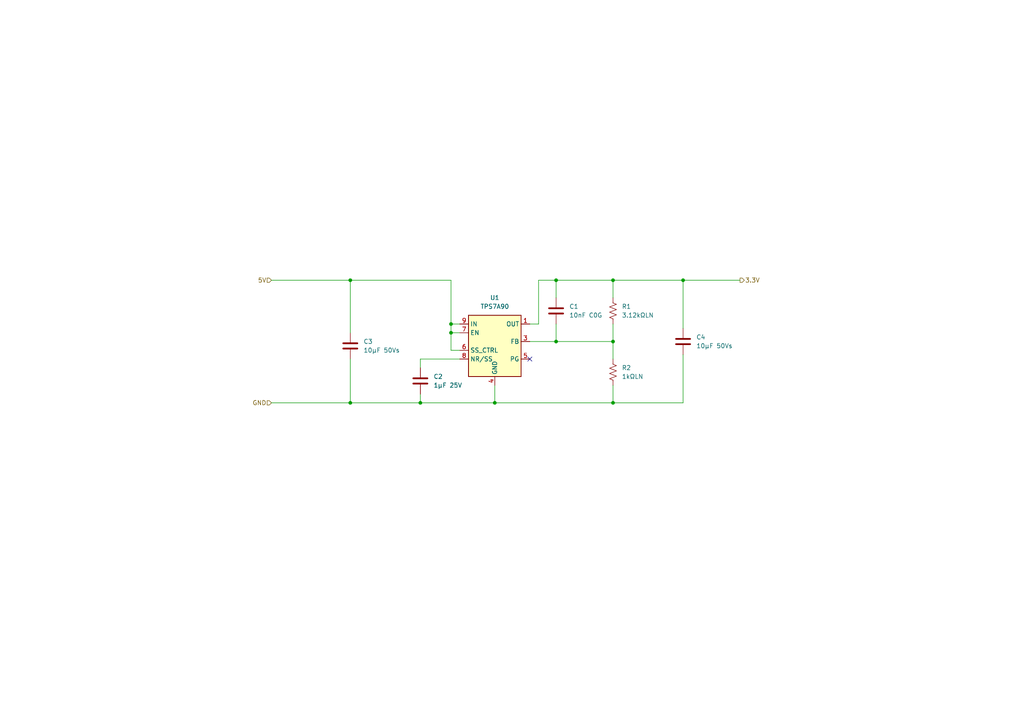
<source format=kicad_sch>
(kicad_sch (version 20231120) (generator "eeschema") (generator_version "8.0")
  (paper "A4")
  (lib_symbols
    (symbol "Device:C" (pin_numbers hide) (pin_names (offset 0.254))
      (property "Reference" "C" (at 0.635 2.54 0))
      (property "Value" "C" (at 0.635 -2.54 0))
      (symbol "C_0_1"
        (polyline (pts (xy -2.032 -0.762) (xy 2.032 -0.762)) (stroke (width 0.508)))
        (polyline (pts (xy -2.032 0.762) (xy 2.032 0.762)) (stroke (width 0.508)))
      )
      (symbol "C_1_1"
        (pin passive line (at 0 3.81 270) (length 2.794) (name "~") (number "1"))
        (pin passive line (at 0 -3.81 90) (length 2.794) (name "~") (number "2"))
      )
    )
    (symbol "Device:R_US" (pin_numbers hide) (pin_names (offset 0))
      (property "Reference" "R" (at 2.54 0 90))
      (property "Value" "R_US" (at -2.54 0 90))
      (symbol "R_US_0_1"
        (polyline (pts (xy 0 -2.286) (xy 0 -2.54)))
        (polyline (pts (xy 0 2.286) (xy 0 2.54)))
        (polyline (pts (xy 0 -0.762) (xy 1.016 -1.143) (xy 0 -1.524) (xy -1.016 -1.905) (xy 0 -2.286)))
        (polyline (pts (xy 0 0.762) (xy 1.016 0.381) (xy 0 0) (xy -1.016 -0.381) (xy 0 -0.762)))
        (polyline (pts (xy 0 2.286) (xy 1.016 1.905) (xy 0 1.524) (xy -1.016 1.143) (xy 0 0.762)))
      )
      (symbol "R_US_1_1"
        (pin passive line (at 0 3.81 270) (length 1.27) (name "~") (number "1"))
        (pin passive line (at 0 -3.81 90) (length 1.27) (name "~") (number "2"))
      )
    )
    (symbol "Regulator_Linear:TPS7A90"
      (property "Reference" "U" (at -6.35 11.43 0))
      (property "Value" "TPS7A90" (at 3.81 11.43 0))
      (symbol "TPS7A90_0_1"
        (rectangle (start -7.62 10.16) (end 7.62 -7.62) (stroke (width 0.254)) (fill (type background)))
      )
      (symbol "TPS7A90_1_1"
        (pin power_out line (at 10.16 7.62 180) (length 2.54) (name "OUT") (number "1"))
        (pin passive line (at -10.16 7.62 0) (length 2.54) hide (name "IN") (number "10"))
        (pin passive line (at 0 -10.16 90) (length 2.54) hide (name "GND") (number "11"))
        (pin passive line (at 10.16 7.62 180) (length 2.54) hide (name "OUT") (number "2"))
        (pin input line (at 10.16 2.54 180) (length 2.54) (name "FB") (number "3"))
        (pin power_in line (at 0 -10.16 90) (length 2.54) (name "GND") (number "4"))
        (pin open_collector line (at 10.16 -2.54 180) (length 2.54) (name "PG") (number "5"))
        (pin input line (at -10.16 0 0) (length 2.54) (name "SS_CTRL") (number "6"))
        (pin input line (at -10.16 5.08 0) (length 2.54) (name "EN") (number "7"))
        (pin passive line (at -10.16 -2.54 0) (length 2.54) (name "NR/SS") (number "8"))
        (pin power_in line (at -10.16 7.62 0) (length 2.54) (name "IN") (number "9"))
      )
    )
  )
  (junction (at 161.29 99.06))
  (junction (at 101.6 116.84))
  (junction (at 177.8 116.84))
  (junction (at 161.29 81.28))
  (junction (at 198.12 81.28))
  (junction (at 121.92 116.84))
  (junction (at 130.81 93.98))
  (junction (at 101.6 81.28))
  (junction (at 143.51 116.84))
  (junction (at 177.8 81.28))
  (junction (at 130.81 96.52))
  (junction (at 177.8 99.06))
  (no_connect (at 153.67 104.14))
  (wire (pts (xy 133.35 101.6) (xy 130.81 101.6)))
  (wire (pts (xy 161.29 81.28) (xy 177.8 81.28)))
  (wire (pts (xy 101.6 81.28) (xy 101.6 96.52)))
  (wire (pts (xy 198.12 81.28) (xy 198.12 95.25)))
  (wire (pts (xy 130.81 93.98) (xy 133.35 93.98)))
  (wire (pts (xy 143.51 116.84) (xy 121.92 116.84)))
  (wire (pts (xy 130.81 96.52) (xy 130.81 93.98)))
  (wire (pts (xy 130.81 101.6) (xy 130.81 96.52)))
  (wire (pts (xy 130.81 81.28) (xy 130.81 93.98)))
  (wire (pts (xy 156.21 93.98) (xy 156.21 81.28)))
  (wire (pts (xy 161.29 99.06) (xy 177.8 99.06)))
  (wire (pts (xy 177.8 99.06) (xy 177.8 104.14)))
  (wire (pts (xy 121.92 104.14) (xy 121.92 106.68)))
  (wire (pts (xy 177.8 81.28) (xy 177.8 86.36)))
  (wire (pts (xy 133.35 104.14) (xy 121.92 104.14)))
  (wire (pts (xy 198.12 81.28) (xy 214.63 81.28)))
  (wire (pts (xy 133.35 96.52) (xy 130.81 96.52)))
  (wire (pts (xy 101.6 81.28) (xy 130.81 81.28)))
  (wire (pts (xy 78.74 116.84) (xy 101.6 116.84)))
  (wire (pts (xy 156.21 81.28) (xy 161.29 81.28)))
  (wire (pts (xy 78.74 81.28) (xy 101.6 81.28)))
  (wire (pts (xy 153.67 93.98) (xy 156.21 93.98)))
  (wire (pts (xy 177.8 111.76) (xy 177.8 116.84)))
  (wire (pts (xy 177.8 93.98) (xy 177.8 99.06)))
  (wire (pts (xy 177.8 81.28) (xy 198.12 81.28)))
  (wire (pts (xy 198.12 102.87) (xy 198.12 116.84)))
  (wire (pts (xy 143.51 111.76) (xy 143.51 116.84)))
  (wire (pts (xy 161.29 81.28) (xy 161.29 86.36)))
  (wire (pts (xy 121.92 116.84) (xy 121.92 114.3)))
  (wire (pts (xy 101.6 104.14) (xy 101.6 116.84)))
  (wire (pts (xy 101.6 116.84) (xy 121.92 116.84)))
  (wire (pts (xy 177.8 116.84) (xy 143.51 116.84)))
  (wire (pts (xy 153.67 99.06) (xy 161.29 99.06)))
  (wire (pts (xy 198.12 116.84) (xy 177.8 116.84)))
  (wire (pts (xy 161.29 93.98) (xy 161.29 99.06)))
  (hierarchical_label "3.3V" (shape output) (at 214.63 81.28 0))
  (hierarchical_label "5V" (shape input) (at 78.74 81.28 180))
  (hierarchical_label "GND" (shape input) (at 78.74 116.84 180))
  (symbol (lib_id "Device:R_US") (at 177.8 90.17 0) (unit 1)
    (property "Reference" "R1" (at 180.34 88.8999 0) (effects (justify left)))
    (property "Value" "3.12kΩLN" (at 180.34 91.4399 0) (effects (justify left)))
    (property "Description" "Resistor, US symbol" (effects (hide yes)))
  )
  (symbol (lib_id "Device:C") (at 101.6 100.33 0) (unit 1)
    (property "Reference" "C3" (at 105.41 99.0599 0) (effects (justify left)))
    (property "Value" "10µF 50Vs" (at 105.41 101.5999 0) (effects (justify left)))
    (property "Description" "Unpolarized capacitor" (effects (hide yes)))
  )
  (symbol (lib_id "Device:C") (at 198.12 99.06 0) (unit 1)
    (property "Reference" "C4" (at 201.93 97.7899 0) (effects (justify left)))
    (property "Value" "10µF 50Vs" (at 201.93 100.3299 0) (effects (justify left)))
    (property "Description" "Unpolarized capacitor" (effects (hide yes)))
  )
  (symbol (lib_id "Device:R_US") (at 177.8 107.95 0) (unit 1)
    (property "Reference" "R2" (at 180.34 106.6799 0) (effects (justify left)))
    (property "Value" "1kΩLN" (at 180.34 109.2199 0) (effects (justify left)))
    (property "Description" "Resistor, US symbol" (effects (hide yes)))
  )
  (symbol (lib_id "Device:C") (at 121.92 110.49 0) (unit 1)
    (property "Reference" "C2" (at 125.73 109.2199 0) (effects (justify left)))
    (property "Value" "1µF 25V" (at 125.73 111.7599 0) (effects (justify left)))
    (property "Description" "Unpolarized capacitor" (effects (hide yes)))
  )
  (symbol (lib_id "Device:C") (at 161.29 90.17 0) (unit 1)
    (property "Reference" "C1" (at 165.1 88.8999 0) (effects (justify left)))
    (property "Value" "10nF C0G" (at 165.1 91.4399 0) (effects (justify left)))
    (property "Description" "Unpolarized capacitor" (effects (hide yes)))
  )
  (symbol (lib_id "Regulator_Linear:TPS7A90") (at 143.51 101.6 0) (unit 1)
    (property "Reference" "U1" (at 143.51 86.36 0))
    (property "Value" "TPS7A90" (at 143.51 88.9 0))
    (property "Footprint" "Package_DFN_QFN:Texas_S-PDSO-N10_EP1.2x2mm" (effects (hide yes)))
    (property "Datasheet" "http://www.ti.com/lit/ds/symlink/tps7a90.pdf" (effects (hide yes)))
    (property "Description" "0.5A, High-Accuracy, Low-Noise LDO Voltage Regulator, Texas S-PDSO-N10" (effects (hide yes)))
  )
)
</source>
